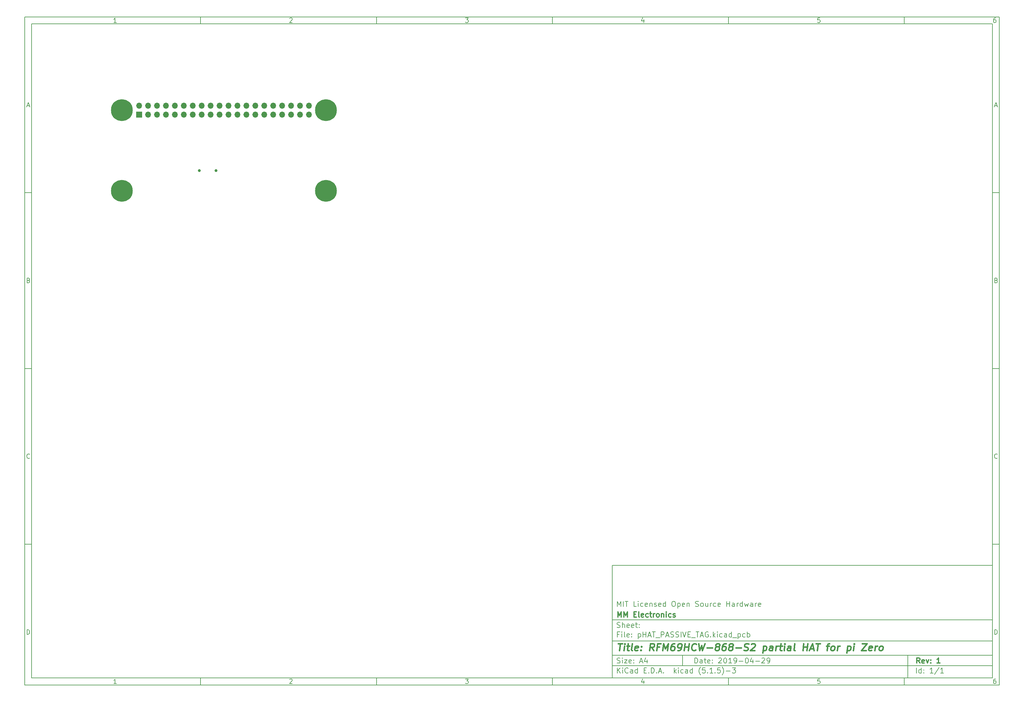
<source format=gbr>
%TF.GenerationSoftware,KiCad,Pcbnew,(5.1.5)-3*%
%TF.CreationDate,2021-10-20T11:59:03+01:00*%
%TF.ProjectId,pHAT_PASSIVE_TAG,70484154-5f50-4415-9353-4956455f5441,1*%
%TF.SameCoordinates,Original*%
%TF.FileFunction,Soldermask,Bot*%
%TF.FilePolarity,Negative*%
%FSLAX46Y46*%
G04 Gerber Fmt 4.6, Leading zero omitted, Abs format (unit mm)*
G04 Created by KiCad (PCBNEW (5.1.5)-3) date 2021-10-20 11:59:03*
%MOMM*%
%LPD*%
G04 APERTURE LIST*
%ADD10C,0.100000*%
%ADD11C,0.150000*%
%ADD12C,0.300000*%
%ADD13C,0.400000*%
%ADD14C,0.800000*%
%ADD15C,6.200000*%
%ADD16O,1.700000X1.700000*%
%ADD17R,1.700000X1.700000*%
G04 APERTURE END LIST*
D10*
D11*
X177002200Y-166007200D02*
X177002200Y-198007200D01*
X285002200Y-198007200D01*
X285002200Y-166007200D01*
X177002200Y-166007200D01*
D10*
D11*
X10000000Y-10000000D02*
X10000000Y-200007200D01*
X287002200Y-200007200D01*
X287002200Y-10000000D01*
X10000000Y-10000000D01*
D10*
D11*
X12000000Y-12000000D02*
X12000000Y-198007200D01*
X285002200Y-198007200D01*
X285002200Y-12000000D01*
X12000000Y-12000000D01*
D10*
D11*
X60000000Y-12000000D02*
X60000000Y-10000000D01*
D10*
D11*
X110000000Y-12000000D02*
X110000000Y-10000000D01*
D10*
D11*
X160000000Y-12000000D02*
X160000000Y-10000000D01*
D10*
D11*
X210000000Y-12000000D02*
X210000000Y-10000000D01*
D10*
D11*
X260000000Y-12000000D02*
X260000000Y-10000000D01*
D10*
D11*
X36065476Y-11588095D02*
X35322619Y-11588095D01*
X35694047Y-11588095D02*
X35694047Y-10288095D01*
X35570238Y-10473809D01*
X35446428Y-10597619D01*
X35322619Y-10659523D01*
D10*
D11*
X85322619Y-10411904D02*
X85384523Y-10350000D01*
X85508333Y-10288095D01*
X85817857Y-10288095D01*
X85941666Y-10350000D01*
X86003571Y-10411904D01*
X86065476Y-10535714D01*
X86065476Y-10659523D01*
X86003571Y-10845238D01*
X85260714Y-11588095D01*
X86065476Y-11588095D01*
D10*
D11*
X135260714Y-10288095D02*
X136065476Y-10288095D01*
X135632142Y-10783333D01*
X135817857Y-10783333D01*
X135941666Y-10845238D01*
X136003571Y-10907142D01*
X136065476Y-11030952D01*
X136065476Y-11340476D01*
X136003571Y-11464285D01*
X135941666Y-11526190D01*
X135817857Y-11588095D01*
X135446428Y-11588095D01*
X135322619Y-11526190D01*
X135260714Y-11464285D01*
D10*
D11*
X185941666Y-10721428D02*
X185941666Y-11588095D01*
X185632142Y-10226190D02*
X185322619Y-11154761D01*
X186127380Y-11154761D01*
D10*
D11*
X236003571Y-10288095D02*
X235384523Y-10288095D01*
X235322619Y-10907142D01*
X235384523Y-10845238D01*
X235508333Y-10783333D01*
X235817857Y-10783333D01*
X235941666Y-10845238D01*
X236003571Y-10907142D01*
X236065476Y-11030952D01*
X236065476Y-11340476D01*
X236003571Y-11464285D01*
X235941666Y-11526190D01*
X235817857Y-11588095D01*
X235508333Y-11588095D01*
X235384523Y-11526190D01*
X235322619Y-11464285D01*
D10*
D11*
X285941666Y-10288095D02*
X285694047Y-10288095D01*
X285570238Y-10350000D01*
X285508333Y-10411904D01*
X285384523Y-10597619D01*
X285322619Y-10845238D01*
X285322619Y-11340476D01*
X285384523Y-11464285D01*
X285446428Y-11526190D01*
X285570238Y-11588095D01*
X285817857Y-11588095D01*
X285941666Y-11526190D01*
X286003571Y-11464285D01*
X286065476Y-11340476D01*
X286065476Y-11030952D01*
X286003571Y-10907142D01*
X285941666Y-10845238D01*
X285817857Y-10783333D01*
X285570238Y-10783333D01*
X285446428Y-10845238D01*
X285384523Y-10907142D01*
X285322619Y-11030952D01*
D10*
D11*
X60000000Y-198007200D02*
X60000000Y-200007200D01*
D10*
D11*
X110000000Y-198007200D02*
X110000000Y-200007200D01*
D10*
D11*
X160000000Y-198007200D02*
X160000000Y-200007200D01*
D10*
D11*
X210000000Y-198007200D02*
X210000000Y-200007200D01*
D10*
D11*
X260000000Y-198007200D02*
X260000000Y-200007200D01*
D10*
D11*
X36065476Y-199595295D02*
X35322619Y-199595295D01*
X35694047Y-199595295D02*
X35694047Y-198295295D01*
X35570238Y-198481009D01*
X35446428Y-198604819D01*
X35322619Y-198666723D01*
D10*
D11*
X85322619Y-198419104D02*
X85384523Y-198357200D01*
X85508333Y-198295295D01*
X85817857Y-198295295D01*
X85941666Y-198357200D01*
X86003571Y-198419104D01*
X86065476Y-198542914D01*
X86065476Y-198666723D01*
X86003571Y-198852438D01*
X85260714Y-199595295D01*
X86065476Y-199595295D01*
D10*
D11*
X135260714Y-198295295D02*
X136065476Y-198295295D01*
X135632142Y-198790533D01*
X135817857Y-198790533D01*
X135941666Y-198852438D01*
X136003571Y-198914342D01*
X136065476Y-199038152D01*
X136065476Y-199347676D01*
X136003571Y-199471485D01*
X135941666Y-199533390D01*
X135817857Y-199595295D01*
X135446428Y-199595295D01*
X135322619Y-199533390D01*
X135260714Y-199471485D01*
D10*
D11*
X185941666Y-198728628D02*
X185941666Y-199595295D01*
X185632142Y-198233390D02*
X185322619Y-199161961D01*
X186127380Y-199161961D01*
D10*
D11*
X236003571Y-198295295D02*
X235384523Y-198295295D01*
X235322619Y-198914342D01*
X235384523Y-198852438D01*
X235508333Y-198790533D01*
X235817857Y-198790533D01*
X235941666Y-198852438D01*
X236003571Y-198914342D01*
X236065476Y-199038152D01*
X236065476Y-199347676D01*
X236003571Y-199471485D01*
X235941666Y-199533390D01*
X235817857Y-199595295D01*
X235508333Y-199595295D01*
X235384523Y-199533390D01*
X235322619Y-199471485D01*
D10*
D11*
X285941666Y-198295295D02*
X285694047Y-198295295D01*
X285570238Y-198357200D01*
X285508333Y-198419104D01*
X285384523Y-198604819D01*
X285322619Y-198852438D01*
X285322619Y-199347676D01*
X285384523Y-199471485D01*
X285446428Y-199533390D01*
X285570238Y-199595295D01*
X285817857Y-199595295D01*
X285941666Y-199533390D01*
X286003571Y-199471485D01*
X286065476Y-199347676D01*
X286065476Y-199038152D01*
X286003571Y-198914342D01*
X285941666Y-198852438D01*
X285817857Y-198790533D01*
X285570238Y-198790533D01*
X285446428Y-198852438D01*
X285384523Y-198914342D01*
X285322619Y-199038152D01*
D10*
D11*
X10000000Y-60000000D02*
X12000000Y-60000000D01*
D10*
D11*
X10000000Y-110000000D02*
X12000000Y-110000000D01*
D10*
D11*
X10000000Y-160000000D02*
X12000000Y-160000000D01*
D10*
D11*
X10690476Y-35216666D02*
X11309523Y-35216666D01*
X10566666Y-35588095D02*
X11000000Y-34288095D01*
X11433333Y-35588095D01*
D10*
D11*
X11092857Y-84907142D02*
X11278571Y-84969047D01*
X11340476Y-85030952D01*
X11402380Y-85154761D01*
X11402380Y-85340476D01*
X11340476Y-85464285D01*
X11278571Y-85526190D01*
X11154761Y-85588095D01*
X10659523Y-85588095D01*
X10659523Y-84288095D01*
X11092857Y-84288095D01*
X11216666Y-84350000D01*
X11278571Y-84411904D01*
X11340476Y-84535714D01*
X11340476Y-84659523D01*
X11278571Y-84783333D01*
X11216666Y-84845238D01*
X11092857Y-84907142D01*
X10659523Y-84907142D01*
D10*
D11*
X11402380Y-135464285D02*
X11340476Y-135526190D01*
X11154761Y-135588095D01*
X11030952Y-135588095D01*
X10845238Y-135526190D01*
X10721428Y-135402380D01*
X10659523Y-135278571D01*
X10597619Y-135030952D01*
X10597619Y-134845238D01*
X10659523Y-134597619D01*
X10721428Y-134473809D01*
X10845238Y-134350000D01*
X11030952Y-134288095D01*
X11154761Y-134288095D01*
X11340476Y-134350000D01*
X11402380Y-134411904D01*
D10*
D11*
X10659523Y-185588095D02*
X10659523Y-184288095D01*
X10969047Y-184288095D01*
X11154761Y-184350000D01*
X11278571Y-184473809D01*
X11340476Y-184597619D01*
X11402380Y-184845238D01*
X11402380Y-185030952D01*
X11340476Y-185278571D01*
X11278571Y-185402380D01*
X11154761Y-185526190D01*
X10969047Y-185588095D01*
X10659523Y-185588095D01*
D10*
D11*
X287002200Y-60000000D02*
X285002200Y-60000000D01*
D10*
D11*
X287002200Y-110000000D02*
X285002200Y-110000000D01*
D10*
D11*
X287002200Y-160000000D02*
X285002200Y-160000000D01*
D10*
D11*
X285692676Y-35216666D02*
X286311723Y-35216666D01*
X285568866Y-35588095D02*
X286002200Y-34288095D01*
X286435533Y-35588095D01*
D10*
D11*
X286095057Y-84907142D02*
X286280771Y-84969047D01*
X286342676Y-85030952D01*
X286404580Y-85154761D01*
X286404580Y-85340476D01*
X286342676Y-85464285D01*
X286280771Y-85526190D01*
X286156961Y-85588095D01*
X285661723Y-85588095D01*
X285661723Y-84288095D01*
X286095057Y-84288095D01*
X286218866Y-84350000D01*
X286280771Y-84411904D01*
X286342676Y-84535714D01*
X286342676Y-84659523D01*
X286280771Y-84783333D01*
X286218866Y-84845238D01*
X286095057Y-84907142D01*
X285661723Y-84907142D01*
D10*
D11*
X286404580Y-135464285D02*
X286342676Y-135526190D01*
X286156961Y-135588095D01*
X286033152Y-135588095D01*
X285847438Y-135526190D01*
X285723628Y-135402380D01*
X285661723Y-135278571D01*
X285599819Y-135030952D01*
X285599819Y-134845238D01*
X285661723Y-134597619D01*
X285723628Y-134473809D01*
X285847438Y-134350000D01*
X286033152Y-134288095D01*
X286156961Y-134288095D01*
X286342676Y-134350000D01*
X286404580Y-134411904D01*
D10*
D11*
X285661723Y-185588095D02*
X285661723Y-184288095D01*
X285971247Y-184288095D01*
X286156961Y-184350000D01*
X286280771Y-184473809D01*
X286342676Y-184597619D01*
X286404580Y-184845238D01*
X286404580Y-185030952D01*
X286342676Y-185278571D01*
X286280771Y-185402380D01*
X286156961Y-185526190D01*
X285971247Y-185588095D01*
X285661723Y-185588095D01*
D10*
D11*
X200434342Y-193785771D02*
X200434342Y-192285771D01*
X200791485Y-192285771D01*
X201005771Y-192357200D01*
X201148628Y-192500057D01*
X201220057Y-192642914D01*
X201291485Y-192928628D01*
X201291485Y-193142914D01*
X201220057Y-193428628D01*
X201148628Y-193571485D01*
X201005771Y-193714342D01*
X200791485Y-193785771D01*
X200434342Y-193785771D01*
X202577200Y-193785771D02*
X202577200Y-193000057D01*
X202505771Y-192857200D01*
X202362914Y-192785771D01*
X202077200Y-192785771D01*
X201934342Y-192857200D01*
X202577200Y-193714342D02*
X202434342Y-193785771D01*
X202077200Y-193785771D01*
X201934342Y-193714342D01*
X201862914Y-193571485D01*
X201862914Y-193428628D01*
X201934342Y-193285771D01*
X202077200Y-193214342D01*
X202434342Y-193214342D01*
X202577200Y-193142914D01*
X203077200Y-192785771D02*
X203648628Y-192785771D01*
X203291485Y-192285771D02*
X203291485Y-193571485D01*
X203362914Y-193714342D01*
X203505771Y-193785771D01*
X203648628Y-193785771D01*
X204720057Y-193714342D02*
X204577200Y-193785771D01*
X204291485Y-193785771D01*
X204148628Y-193714342D01*
X204077200Y-193571485D01*
X204077200Y-193000057D01*
X204148628Y-192857200D01*
X204291485Y-192785771D01*
X204577200Y-192785771D01*
X204720057Y-192857200D01*
X204791485Y-193000057D01*
X204791485Y-193142914D01*
X204077200Y-193285771D01*
X205434342Y-193642914D02*
X205505771Y-193714342D01*
X205434342Y-193785771D01*
X205362914Y-193714342D01*
X205434342Y-193642914D01*
X205434342Y-193785771D01*
X205434342Y-192857200D02*
X205505771Y-192928628D01*
X205434342Y-193000057D01*
X205362914Y-192928628D01*
X205434342Y-192857200D01*
X205434342Y-193000057D01*
X207220057Y-192428628D02*
X207291485Y-192357200D01*
X207434342Y-192285771D01*
X207791485Y-192285771D01*
X207934342Y-192357200D01*
X208005771Y-192428628D01*
X208077200Y-192571485D01*
X208077200Y-192714342D01*
X208005771Y-192928628D01*
X207148628Y-193785771D01*
X208077200Y-193785771D01*
X209005771Y-192285771D02*
X209148628Y-192285771D01*
X209291485Y-192357200D01*
X209362914Y-192428628D01*
X209434342Y-192571485D01*
X209505771Y-192857200D01*
X209505771Y-193214342D01*
X209434342Y-193500057D01*
X209362914Y-193642914D01*
X209291485Y-193714342D01*
X209148628Y-193785771D01*
X209005771Y-193785771D01*
X208862914Y-193714342D01*
X208791485Y-193642914D01*
X208720057Y-193500057D01*
X208648628Y-193214342D01*
X208648628Y-192857200D01*
X208720057Y-192571485D01*
X208791485Y-192428628D01*
X208862914Y-192357200D01*
X209005771Y-192285771D01*
X210934342Y-193785771D02*
X210077200Y-193785771D01*
X210505771Y-193785771D02*
X210505771Y-192285771D01*
X210362914Y-192500057D01*
X210220057Y-192642914D01*
X210077200Y-192714342D01*
X211648628Y-193785771D02*
X211934342Y-193785771D01*
X212077200Y-193714342D01*
X212148628Y-193642914D01*
X212291485Y-193428628D01*
X212362914Y-193142914D01*
X212362914Y-192571485D01*
X212291485Y-192428628D01*
X212220057Y-192357200D01*
X212077200Y-192285771D01*
X211791485Y-192285771D01*
X211648628Y-192357200D01*
X211577200Y-192428628D01*
X211505771Y-192571485D01*
X211505771Y-192928628D01*
X211577200Y-193071485D01*
X211648628Y-193142914D01*
X211791485Y-193214342D01*
X212077200Y-193214342D01*
X212220057Y-193142914D01*
X212291485Y-193071485D01*
X212362914Y-192928628D01*
X213005771Y-193214342D02*
X214148628Y-193214342D01*
X215148628Y-192285771D02*
X215291485Y-192285771D01*
X215434342Y-192357200D01*
X215505771Y-192428628D01*
X215577200Y-192571485D01*
X215648628Y-192857200D01*
X215648628Y-193214342D01*
X215577200Y-193500057D01*
X215505771Y-193642914D01*
X215434342Y-193714342D01*
X215291485Y-193785771D01*
X215148628Y-193785771D01*
X215005771Y-193714342D01*
X214934342Y-193642914D01*
X214862914Y-193500057D01*
X214791485Y-193214342D01*
X214791485Y-192857200D01*
X214862914Y-192571485D01*
X214934342Y-192428628D01*
X215005771Y-192357200D01*
X215148628Y-192285771D01*
X216934342Y-192785771D02*
X216934342Y-193785771D01*
X216577200Y-192214342D02*
X216220057Y-193285771D01*
X217148628Y-193285771D01*
X217720057Y-193214342D02*
X218862914Y-193214342D01*
X219505771Y-192428628D02*
X219577200Y-192357200D01*
X219720057Y-192285771D01*
X220077200Y-192285771D01*
X220220057Y-192357200D01*
X220291485Y-192428628D01*
X220362914Y-192571485D01*
X220362914Y-192714342D01*
X220291485Y-192928628D01*
X219434342Y-193785771D01*
X220362914Y-193785771D01*
X221077200Y-193785771D02*
X221362914Y-193785771D01*
X221505771Y-193714342D01*
X221577200Y-193642914D01*
X221720057Y-193428628D01*
X221791485Y-193142914D01*
X221791485Y-192571485D01*
X221720057Y-192428628D01*
X221648628Y-192357200D01*
X221505771Y-192285771D01*
X221220057Y-192285771D01*
X221077200Y-192357200D01*
X221005771Y-192428628D01*
X220934342Y-192571485D01*
X220934342Y-192928628D01*
X221005771Y-193071485D01*
X221077200Y-193142914D01*
X221220057Y-193214342D01*
X221505771Y-193214342D01*
X221648628Y-193142914D01*
X221720057Y-193071485D01*
X221791485Y-192928628D01*
D10*
D11*
X177002200Y-194507200D02*
X285002200Y-194507200D01*
D10*
D11*
X178434342Y-196585771D02*
X178434342Y-195085771D01*
X179291485Y-196585771D02*
X178648628Y-195728628D01*
X179291485Y-195085771D02*
X178434342Y-195942914D01*
X179934342Y-196585771D02*
X179934342Y-195585771D01*
X179934342Y-195085771D02*
X179862914Y-195157200D01*
X179934342Y-195228628D01*
X180005771Y-195157200D01*
X179934342Y-195085771D01*
X179934342Y-195228628D01*
X181505771Y-196442914D02*
X181434342Y-196514342D01*
X181220057Y-196585771D01*
X181077200Y-196585771D01*
X180862914Y-196514342D01*
X180720057Y-196371485D01*
X180648628Y-196228628D01*
X180577200Y-195942914D01*
X180577200Y-195728628D01*
X180648628Y-195442914D01*
X180720057Y-195300057D01*
X180862914Y-195157200D01*
X181077200Y-195085771D01*
X181220057Y-195085771D01*
X181434342Y-195157200D01*
X181505771Y-195228628D01*
X182791485Y-196585771D02*
X182791485Y-195800057D01*
X182720057Y-195657200D01*
X182577200Y-195585771D01*
X182291485Y-195585771D01*
X182148628Y-195657200D01*
X182791485Y-196514342D02*
X182648628Y-196585771D01*
X182291485Y-196585771D01*
X182148628Y-196514342D01*
X182077200Y-196371485D01*
X182077200Y-196228628D01*
X182148628Y-196085771D01*
X182291485Y-196014342D01*
X182648628Y-196014342D01*
X182791485Y-195942914D01*
X184148628Y-196585771D02*
X184148628Y-195085771D01*
X184148628Y-196514342D02*
X184005771Y-196585771D01*
X183720057Y-196585771D01*
X183577200Y-196514342D01*
X183505771Y-196442914D01*
X183434342Y-196300057D01*
X183434342Y-195871485D01*
X183505771Y-195728628D01*
X183577200Y-195657200D01*
X183720057Y-195585771D01*
X184005771Y-195585771D01*
X184148628Y-195657200D01*
X186005771Y-195800057D02*
X186505771Y-195800057D01*
X186720057Y-196585771D02*
X186005771Y-196585771D01*
X186005771Y-195085771D01*
X186720057Y-195085771D01*
X187362914Y-196442914D02*
X187434342Y-196514342D01*
X187362914Y-196585771D01*
X187291485Y-196514342D01*
X187362914Y-196442914D01*
X187362914Y-196585771D01*
X188077200Y-196585771D02*
X188077200Y-195085771D01*
X188434342Y-195085771D01*
X188648628Y-195157200D01*
X188791485Y-195300057D01*
X188862914Y-195442914D01*
X188934342Y-195728628D01*
X188934342Y-195942914D01*
X188862914Y-196228628D01*
X188791485Y-196371485D01*
X188648628Y-196514342D01*
X188434342Y-196585771D01*
X188077200Y-196585771D01*
X189577200Y-196442914D02*
X189648628Y-196514342D01*
X189577200Y-196585771D01*
X189505771Y-196514342D01*
X189577200Y-196442914D01*
X189577200Y-196585771D01*
X190220057Y-196157200D02*
X190934342Y-196157200D01*
X190077200Y-196585771D02*
X190577200Y-195085771D01*
X191077200Y-196585771D01*
X191577200Y-196442914D02*
X191648628Y-196514342D01*
X191577200Y-196585771D01*
X191505771Y-196514342D01*
X191577200Y-196442914D01*
X191577200Y-196585771D01*
X194577200Y-196585771D02*
X194577200Y-195085771D01*
X194720057Y-196014342D02*
X195148628Y-196585771D01*
X195148628Y-195585771D02*
X194577200Y-196157200D01*
X195791485Y-196585771D02*
X195791485Y-195585771D01*
X195791485Y-195085771D02*
X195720057Y-195157200D01*
X195791485Y-195228628D01*
X195862914Y-195157200D01*
X195791485Y-195085771D01*
X195791485Y-195228628D01*
X197148628Y-196514342D02*
X197005771Y-196585771D01*
X196720057Y-196585771D01*
X196577200Y-196514342D01*
X196505771Y-196442914D01*
X196434342Y-196300057D01*
X196434342Y-195871485D01*
X196505771Y-195728628D01*
X196577200Y-195657200D01*
X196720057Y-195585771D01*
X197005771Y-195585771D01*
X197148628Y-195657200D01*
X198434342Y-196585771D02*
X198434342Y-195800057D01*
X198362914Y-195657200D01*
X198220057Y-195585771D01*
X197934342Y-195585771D01*
X197791485Y-195657200D01*
X198434342Y-196514342D02*
X198291485Y-196585771D01*
X197934342Y-196585771D01*
X197791485Y-196514342D01*
X197720057Y-196371485D01*
X197720057Y-196228628D01*
X197791485Y-196085771D01*
X197934342Y-196014342D01*
X198291485Y-196014342D01*
X198434342Y-195942914D01*
X199791485Y-196585771D02*
X199791485Y-195085771D01*
X199791485Y-196514342D02*
X199648628Y-196585771D01*
X199362914Y-196585771D01*
X199220057Y-196514342D01*
X199148628Y-196442914D01*
X199077200Y-196300057D01*
X199077200Y-195871485D01*
X199148628Y-195728628D01*
X199220057Y-195657200D01*
X199362914Y-195585771D01*
X199648628Y-195585771D01*
X199791485Y-195657200D01*
X202077200Y-197157200D02*
X202005771Y-197085771D01*
X201862914Y-196871485D01*
X201791485Y-196728628D01*
X201720057Y-196514342D01*
X201648628Y-196157200D01*
X201648628Y-195871485D01*
X201720057Y-195514342D01*
X201791485Y-195300057D01*
X201862914Y-195157200D01*
X202005771Y-194942914D01*
X202077200Y-194871485D01*
X203362914Y-195085771D02*
X202648628Y-195085771D01*
X202577200Y-195800057D01*
X202648628Y-195728628D01*
X202791485Y-195657200D01*
X203148628Y-195657200D01*
X203291485Y-195728628D01*
X203362914Y-195800057D01*
X203434342Y-195942914D01*
X203434342Y-196300057D01*
X203362914Y-196442914D01*
X203291485Y-196514342D01*
X203148628Y-196585771D01*
X202791485Y-196585771D01*
X202648628Y-196514342D01*
X202577200Y-196442914D01*
X204077200Y-196442914D02*
X204148628Y-196514342D01*
X204077200Y-196585771D01*
X204005771Y-196514342D01*
X204077200Y-196442914D01*
X204077200Y-196585771D01*
X205577200Y-196585771D02*
X204720057Y-196585771D01*
X205148628Y-196585771D02*
X205148628Y-195085771D01*
X205005771Y-195300057D01*
X204862914Y-195442914D01*
X204720057Y-195514342D01*
X206220057Y-196442914D02*
X206291485Y-196514342D01*
X206220057Y-196585771D01*
X206148628Y-196514342D01*
X206220057Y-196442914D01*
X206220057Y-196585771D01*
X207648628Y-195085771D02*
X206934342Y-195085771D01*
X206862914Y-195800057D01*
X206934342Y-195728628D01*
X207077200Y-195657200D01*
X207434342Y-195657200D01*
X207577200Y-195728628D01*
X207648628Y-195800057D01*
X207720057Y-195942914D01*
X207720057Y-196300057D01*
X207648628Y-196442914D01*
X207577200Y-196514342D01*
X207434342Y-196585771D01*
X207077200Y-196585771D01*
X206934342Y-196514342D01*
X206862914Y-196442914D01*
X208220057Y-197157200D02*
X208291485Y-197085771D01*
X208434342Y-196871485D01*
X208505771Y-196728628D01*
X208577200Y-196514342D01*
X208648628Y-196157200D01*
X208648628Y-195871485D01*
X208577200Y-195514342D01*
X208505771Y-195300057D01*
X208434342Y-195157200D01*
X208291485Y-194942914D01*
X208220057Y-194871485D01*
X209362914Y-196014342D02*
X210505771Y-196014342D01*
X211077200Y-195085771D02*
X212005771Y-195085771D01*
X211505771Y-195657200D01*
X211720057Y-195657200D01*
X211862914Y-195728628D01*
X211934342Y-195800057D01*
X212005771Y-195942914D01*
X212005771Y-196300057D01*
X211934342Y-196442914D01*
X211862914Y-196514342D01*
X211720057Y-196585771D01*
X211291485Y-196585771D01*
X211148628Y-196514342D01*
X211077200Y-196442914D01*
D10*
D11*
X177002200Y-191507200D02*
X285002200Y-191507200D01*
D10*
D12*
X264411485Y-193785771D02*
X263911485Y-193071485D01*
X263554342Y-193785771D02*
X263554342Y-192285771D01*
X264125771Y-192285771D01*
X264268628Y-192357200D01*
X264340057Y-192428628D01*
X264411485Y-192571485D01*
X264411485Y-192785771D01*
X264340057Y-192928628D01*
X264268628Y-193000057D01*
X264125771Y-193071485D01*
X263554342Y-193071485D01*
X265625771Y-193714342D02*
X265482914Y-193785771D01*
X265197200Y-193785771D01*
X265054342Y-193714342D01*
X264982914Y-193571485D01*
X264982914Y-193000057D01*
X265054342Y-192857200D01*
X265197200Y-192785771D01*
X265482914Y-192785771D01*
X265625771Y-192857200D01*
X265697200Y-193000057D01*
X265697200Y-193142914D01*
X264982914Y-193285771D01*
X266197200Y-192785771D02*
X266554342Y-193785771D01*
X266911485Y-192785771D01*
X267482914Y-193642914D02*
X267554342Y-193714342D01*
X267482914Y-193785771D01*
X267411485Y-193714342D01*
X267482914Y-193642914D01*
X267482914Y-193785771D01*
X267482914Y-192857200D02*
X267554342Y-192928628D01*
X267482914Y-193000057D01*
X267411485Y-192928628D01*
X267482914Y-192857200D01*
X267482914Y-193000057D01*
X270125771Y-193785771D02*
X269268628Y-193785771D01*
X269697200Y-193785771D02*
X269697200Y-192285771D01*
X269554342Y-192500057D01*
X269411485Y-192642914D01*
X269268628Y-192714342D01*
D10*
D11*
X178362914Y-193714342D02*
X178577200Y-193785771D01*
X178934342Y-193785771D01*
X179077200Y-193714342D01*
X179148628Y-193642914D01*
X179220057Y-193500057D01*
X179220057Y-193357200D01*
X179148628Y-193214342D01*
X179077200Y-193142914D01*
X178934342Y-193071485D01*
X178648628Y-193000057D01*
X178505771Y-192928628D01*
X178434342Y-192857200D01*
X178362914Y-192714342D01*
X178362914Y-192571485D01*
X178434342Y-192428628D01*
X178505771Y-192357200D01*
X178648628Y-192285771D01*
X179005771Y-192285771D01*
X179220057Y-192357200D01*
X179862914Y-193785771D02*
X179862914Y-192785771D01*
X179862914Y-192285771D02*
X179791485Y-192357200D01*
X179862914Y-192428628D01*
X179934342Y-192357200D01*
X179862914Y-192285771D01*
X179862914Y-192428628D01*
X180434342Y-192785771D02*
X181220057Y-192785771D01*
X180434342Y-193785771D01*
X181220057Y-193785771D01*
X182362914Y-193714342D02*
X182220057Y-193785771D01*
X181934342Y-193785771D01*
X181791485Y-193714342D01*
X181720057Y-193571485D01*
X181720057Y-193000057D01*
X181791485Y-192857200D01*
X181934342Y-192785771D01*
X182220057Y-192785771D01*
X182362914Y-192857200D01*
X182434342Y-193000057D01*
X182434342Y-193142914D01*
X181720057Y-193285771D01*
X183077200Y-193642914D02*
X183148628Y-193714342D01*
X183077200Y-193785771D01*
X183005771Y-193714342D01*
X183077200Y-193642914D01*
X183077200Y-193785771D01*
X183077200Y-192857200D02*
X183148628Y-192928628D01*
X183077200Y-193000057D01*
X183005771Y-192928628D01*
X183077200Y-192857200D01*
X183077200Y-193000057D01*
X184862914Y-193357200D02*
X185577200Y-193357200D01*
X184720057Y-193785771D02*
X185220057Y-192285771D01*
X185720057Y-193785771D01*
X186862914Y-192785771D02*
X186862914Y-193785771D01*
X186505771Y-192214342D02*
X186148628Y-193285771D01*
X187077200Y-193285771D01*
D10*
D11*
X263434342Y-196585771D02*
X263434342Y-195085771D01*
X264791485Y-196585771D02*
X264791485Y-195085771D01*
X264791485Y-196514342D02*
X264648628Y-196585771D01*
X264362914Y-196585771D01*
X264220057Y-196514342D01*
X264148628Y-196442914D01*
X264077200Y-196300057D01*
X264077200Y-195871485D01*
X264148628Y-195728628D01*
X264220057Y-195657200D01*
X264362914Y-195585771D01*
X264648628Y-195585771D01*
X264791485Y-195657200D01*
X265505771Y-196442914D02*
X265577200Y-196514342D01*
X265505771Y-196585771D01*
X265434342Y-196514342D01*
X265505771Y-196442914D01*
X265505771Y-196585771D01*
X265505771Y-195657200D02*
X265577200Y-195728628D01*
X265505771Y-195800057D01*
X265434342Y-195728628D01*
X265505771Y-195657200D01*
X265505771Y-195800057D01*
X268148628Y-196585771D02*
X267291485Y-196585771D01*
X267720057Y-196585771D02*
X267720057Y-195085771D01*
X267577200Y-195300057D01*
X267434342Y-195442914D01*
X267291485Y-195514342D01*
X269862914Y-195014342D02*
X268577200Y-196942914D01*
X271148628Y-196585771D02*
X270291485Y-196585771D01*
X270720057Y-196585771D02*
X270720057Y-195085771D01*
X270577200Y-195300057D01*
X270434342Y-195442914D01*
X270291485Y-195514342D01*
D10*
D11*
X177002200Y-187507200D02*
X285002200Y-187507200D01*
D10*
D13*
X178714580Y-188211961D02*
X179857438Y-188211961D01*
X179036009Y-190211961D02*
X179286009Y-188211961D01*
X180274104Y-190211961D02*
X180440771Y-188878628D01*
X180524104Y-188211961D02*
X180416961Y-188307200D01*
X180500295Y-188402438D01*
X180607438Y-188307200D01*
X180524104Y-188211961D01*
X180500295Y-188402438D01*
X181107438Y-188878628D02*
X181869342Y-188878628D01*
X181476485Y-188211961D02*
X181262200Y-189926247D01*
X181333628Y-190116723D01*
X181512200Y-190211961D01*
X181702676Y-190211961D01*
X182655057Y-190211961D02*
X182476485Y-190116723D01*
X182405057Y-189926247D01*
X182619342Y-188211961D01*
X184190771Y-190116723D02*
X183988390Y-190211961D01*
X183607438Y-190211961D01*
X183428866Y-190116723D01*
X183357438Y-189926247D01*
X183452676Y-189164342D01*
X183571723Y-188973866D01*
X183774104Y-188878628D01*
X184155057Y-188878628D01*
X184333628Y-188973866D01*
X184405057Y-189164342D01*
X184381247Y-189354819D01*
X183405057Y-189545295D01*
X185155057Y-190021485D02*
X185238390Y-190116723D01*
X185131247Y-190211961D01*
X185047914Y-190116723D01*
X185155057Y-190021485D01*
X185131247Y-190211961D01*
X185286009Y-188973866D02*
X185369342Y-189069104D01*
X185262200Y-189164342D01*
X185178866Y-189069104D01*
X185286009Y-188973866D01*
X185262200Y-189164342D01*
X188750295Y-190211961D02*
X188202676Y-189259580D01*
X187607438Y-190211961D02*
X187857438Y-188211961D01*
X188619342Y-188211961D01*
X188797914Y-188307200D01*
X188881247Y-188402438D01*
X188952676Y-188592914D01*
X188916961Y-188878628D01*
X188797914Y-189069104D01*
X188690771Y-189164342D01*
X188488390Y-189259580D01*
X187726485Y-189259580D01*
X190405057Y-189164342D02*
X189738390Y-189164342D01*
X189607438Y-190211961D02*
X189857438Y-188211961D01*
X190809819Y-188211961D01*
X191321723Y-190211961D02*
X191571723Y-188211961D01*
X192059819Y-189640533D01*
X192905057Y-188211961D01*
X192655057Y-190211961D01*
X194714580Y-188211961D02*
X194333628Y-188211961D01*
X194131247Y-188307200D01*
X194024104Y-188402438D01*
X193797914Y-188688152D01*
X193655057Y-189069104D01*
X193559819Y-189831009D01*
X193631247Y-190021485D01*
X193714580Y-190116723D01*
X193893152Y-190211961D01*
X194274104Y-190211961D01*
X194476485Y-190116723D01*
X194583628Y-190021485D01*
X194702676Y-189831009D01*
X194762200Y-189354819D01*
X194690771Y-189164342D01*
X194607438Y-189069104D01*
X194428866Y-188973866D01*
X194047914Y-188973866D01*
X193845533Y-189069104D01*
X193738390Y-189164342D01*
X193619342Y-189354819D01*
X195607438Y-190211961D02*
X195988390Y-190211961D01*
X196190771Y-190116723D01*
X196297914Y-190021485D01*
X196524104Y-189735771D01*
X196666961Y-189354819D01*
X196762200Y-188592914D01*
X196690771Y-188402438D01*
X196607438Y-188307200D01*
X196428866Y-188211961D01*
X196047914Y-188211961D01*
X195845533Y-188307200D01*
X195738390Y-188402438D01*
X195619342Y-188592914D01*
X195559819Y-189069104D01*
X195631247Y-189259580D01*
X195714580Y-189354819D01*
X195893152Y-189450057D01*
X196274104Y-189450057D01*
X196476485Y-189354819D01*
X196583628Y-189259580D01*
X196702676Y-189069104D01*
X197416961Y-190211961D02*
X197666961Y-188211961D01*
X197547914Y-189164342D02*
X198690771Y-189164342D01*
X198559819Y-190211961D02*
X198809819Y-188211961D01*
X200678866Y-190021485D02*
X200571723Y-190116723D01*
X200274104Y-190211961D01*
X200083628Y-190211961D01*
X199809819Y-190116723D01*
X199643152Y-189926247D01*
X199571723Y-189735771D01*
X199524104Y-189354819D01*
X199559819Y-189069104D01*
X199702676Y-188688152D01*
X199821723Y-188497676D01*
X200036009Y-188307200D01*
X200333628Y-188211961D01*
X200524104Y-188211961D01*
X200797914Y-188307200D01*
X200881247Y-188402438D01*
X201571723Y-188211961D02*
X201797914Y-190211961D01*
X202357438Y-188783390D01*
X202559819Y-190211961D01*
X203286009Y-188211961D01*
X203893152Y-189450057D02*
X205416961Y-189450057D01*
X206702676Y-189069104D02*
X206524104Y-188973866D01*
X206440771Y-188878628D01*
X206369342Y-188688152D01*
X206381247Y-188592914D01*
X206500295Y-188402438D01*
X206607438Y-188307200D01*
X206809819Y-188211961D01*
X207190771Y-188211961D01*
X207369342Y-188307200D01*
X207452676Y-188402438D01*
X207524104Y-188592914D01*
X207512200Y-188688152D01*
X207393152Y-188878628D01*
X207286009Y-188973866D01*
X207083628Y-189069104D01*
X206702676Y-189069104D01*
X206500295Y-189164342D01*
X206393152Y-189259580D01*
X206274104Y-189450057D01*
X206226485Y-189831009D01*
X206297914Y-190021485D01*
X206381247Y-190116723D01*
X206559819Y-190211961D01*
X206940771Y-190211961D01*
X207143152Y-190116723D01*
X207250295Y-190021485D01*
X207369342Y-189831009D01*
X207416961Y-189450057D01*
X207345533Y-189259580D01*
X207262200Y-189164342D01*
X207083628Y-189069104D01*
X209286009Y-188211961D02*
X208905057Y-188211961D01*
X208702676Y-188307200D01*
X208595533Y-188402438D01*
X208369342Y-188688152D01*
X208226485Y-189069104D01*
X208131247Y-189831009D01*
X208202676Y-190021485D01*
X208286009Y-190116723D01*
X208464580Y-190211961D01*
X208845533Y-190211961D01*
X209047914Y-190116723D01*
X209155057Y-190021485D01*
X209274104Y-189831009D01*
X209333628Y-189354819D01*
X209262200Y-189164342D01*
X209178866Y-189069104D01*
X209000295Y-188973866D01*
X208619342Y-188973866D01*
X208416961Y-189069104D01*
X208309819Y-189164342D01*
X208190771Y-189354819D01*
X210512200Y-189069104D02*
X210333628Y-188973866D01*
X210250295Y-188878628D01*
X210178866Y-188688152D01*
X210190771Y-188592914D01*
X210309819Y-188402438D01*
X210416961Y-188307200D01*
X210619342Y-188211961D01*
X211000295Y-188211961D01*
X211178866Y-188307200D01*
X211262200Y-188402438D01*
X211333628Y-188592914D01*
X211321723Y-188688152D01*
X211202676Y-188878628D01*
X211095533Y-188973866D01*
X210893152Y-189069104D01*
X210512200Y-189069104D01*
X210309819Y-189164342D01*
X210202676Y-189259580D01*
X210083628Y-189450057D01*
X210036009Y-189831009D01*
X210107438Y-190021485D01*
X210190771Y-190116723D01*
X210369342Y-190211961D01*
X210750295Y-190211961D01*
X210952676Y-190116723D01*
X211059819Y-190021485D01*
X211178866Y-189831009D01*
X211226485Y-189450057D01*
X211155057Y-189259580D01*
X211071723Y-189164342D01*
X210893152Y-189069104D01*
X212083628Y-189450057D02*
X213607438Y-189450057D01*
X214381247Y-190116723D02*
X214655057Y-190211961D01*
X215131247Y-190211961D01*
X215333628Y-190116723D01*
X215440771Y-190021485D01*
X215559819Y-189831009D01*
X215583628Y-189640533D01*
X215512200Y-189450057D01*
X215428866Y-189354819D01*
X215250295Y-189259580D01*
X214881247Y-189164342D01*
X214702676Y-189069104D01*
X214619342Y-188973866D01*
X214547914Y-188783390D01*
X214571723Y-188592914D01*
X214690771Y-188402438D01*
X214797914Y-188307200D01*
X215000295Y-188211961D01*
X215476485Y-188211961D01*
X215750295Y-188307200D01*
X216500295Y-188402438D02*
X216607438Y-188307200D01*
X216809819Y-188211961D01*
X217286009Y-188211961D01*
X217464580Y-188307200D01*
X217547914Y-188402438D01*
X217619342Y-188592914D01*
X217595533Y-188783390D01*
X217464580Y-189069104D01*
X216178866Y-190211961D01*
X217416961Y-190211961D01*
X219964580Y-188878628D02*
X219714580Y-190878628D01*
X219952676Y-188973866D02*
X220155057Y-188878628D01*
X220536009Y-188878628D01*
X220714580Y-188973866D01*
X220797914Y-189069104D01*
X220869342Y-189259580D01*
X220797914Y-189831009D01*
X220678866Y-190021485D01*
X220571723Y-190116723D01*
X220369342Y-190211961D01*
X219988390Y-190211961D01*
X219809819Y-190116723D01*
X222464580Y-190211961D02*
X222595533Y-189164342D01*
X222524104Y-188973866D01*
X222345533Y-188878628D01*
X221964580Y-188878628D01*
X221762200Y-188973866D01*
X222476485Y-190116723D02*
X222274104Y-190211961D01*
X221797914Y-190211961D01*
X221619342Y-190116723D01*
X221547914Y-189926247D01*
X221571723Y-189735771D01*
X221690771Y-189545295D01*
X221893152Y-189450057D01*
X222369342Y-189450057D01*
X222571723Y-189354819D01*
X223416961Y-190211961D02*
X223583628Y-188878628D01*
X223536009Y-189259580D02*
X223655057Y-189069104D01*
X223762199Y-188973866D01*
X223964580Y-188878628D01*
X224155057Y-188878628D01*
X224536009Y-188878628D02*
X225297914Y-188878628D01*
X224905057Y-188211961D02*
X224690771Y-189926247D01*
X224762200Y-190116723D01*
X224940771Y-190211961D01*
X225131247Y-190211961D01*
X225797914Y-190211961D02*
X225964580Y-188878628D01*
X226047914Y-188211961D02*
X225940771Y-188307200D01*
X226024104Y-188402438D01*
X226131247Y-188307200D01*
X226047914Y-188211961D01*
X226024104Y-188402438D01*
X227607438Y-190211961D02*
X227738390Y-189164342D01*
X227666961Y-188973866D01*
X227488390Y-188878628D01*
X227107438Y-188878628D01*
X226905057Y-188973866D01*
X227619342Y-190116723D02*
X227416961Y-190211961D01*
X226940771Y-190211961D01*
X226762200Y-190116723D01*
X226690771Y-189926247D01*
X226714580Y-189735771D01*
X226833628Y-189545295D01*
X227036009Y-189450057D01*
X227512200Y-189450057D01*
X227714580Y-189354819D01*
X228845533Y-190211961D02*
X228666961Y-190116723D01*
X228595533Y-189926247D01*
X228809819Y-188211961D01*
X231131247Y-190211961D02*
X231381247Y-188211961D01*
X231262199Y-189164342D02*
X232405057Y-189164342D01*
X232274104Y-190211961D02*
X232524104Y-188211961D01*
X233202676Y-189640533D02*
X234155057Y-189640533D01*
X232940771Y-190211961D02*
X233857438Y-188211961D01*
X234274104Y-190211961D01*
X234905057Y-188211961D02*
X236047914Y-188211961D01*
X235226485Y-190211961D02*
X235476485Y-188211961D01*
X237869342Y-188878628D02*
X238631247Y-188878628D01*
X237988390Y-190211961D02*
X238202676Y-188497676D01*
X238321723Y-188307200D01*
X238524104Y-188211961D01*
X238714580Y-188211961D01*
X239416961Y-190211961D02*
X239238390Y-190116723D01*
X239155057Y-190021485D01*
X239083628Y-189831009D01*
X239155057Y-189259580D01*
X239274104Y-189069104D01*
X239381247Y-188973866D01*
X239583628Y-188878628D01*
X239869342Y-188878628D01*
X240047914Y-188973866D01*
X240131247Y-189069104D01*
X240202676Y-189259580D01*
X240131247Y-189831009D01*
X240012199Y-190021485D01*
X239905057Y-190116723D01*
X239702676Y-190211961D01*
X239416961Y-190211961D01*
X240940771Y-190211961D02*
X241107438Y-188878628D01*
X241059819Y-189259580D02*
X241178866Y-189069104D01*
X241286009Y-188973866D01*
X241488390Y-188878628D01*
X241678866Y-188878628D01*
X243869342Y-188878628D02*
X243619342Y-190878628D01*
X243857438Y-188973866D02*
X244059819Y-188878628D01*
X244440771Y-188878628D01*
X244619342Y-188973866D01*
X244702676Y-189069104D01*
X244774104Y-189259580D01*
X244702676Y-189831009D01*
X244583628Y-190021485D01*
X244476485Y-190116723D01*
X244274104Y-190211961D01*
X243893152Y-190211961D01*
X243714580Y-190116723D01*
X245512199Y-190211961D02*
X245678866Y-188878628D01*
X245762199Y-188211961D02*
X245655057Y-188307200D01*
X245738390Y-188402438D01*
X245845533Y-188307200D01*
X245762199Y-188211961D01*
X245738390Y-188402438D01*
X248047914Y-188211961D02*
X249381247Y-188211961D01*
X247797914Y-190211961D01*
X249131247Y-190211961D01*
X250666961Y-190116723D02*
X250464580Y-190211961D01*
X250083628Y-190211961D01*
X249905057Y-190116723D01*
X249833628Y-189926247D01*
X249928866Y-189164342D01*
X250047914Y-188973866D01*
X250250295Y-188878628D01*
X250631247Y-188878628D01*
X250809819Y-188973866D01*
X250881247Y-189164342D01*
X250857438Y-189354819D01*
X249881247Y-189545295D01*
X251607438Y-190211961D02*
X251774104Y-188878628D01*
X251726485Y-189259580D02*
X251845533Y-189069104D01*
X251952676Y-188973866D01*
X252155057Y-188878628D01*
X252345533Y-188878628D01*
X253131247Y-190211961D02*
X252952676Y-190116723D01*
X252869342Y-190021485D01*
X252797914Y-189831009D01*
X252869342Y-189259580D01*
X252988390Y-189069104D01*
X253095533Y-188973866D01*
X253297914Y-188878628D01*
X253583628Y-188878628D01*
X253762200Y-188973866D01*
X253845533Y-189069104D01*
X253916961Y-189259580D01*
X253845533Y-189831009D01*
X253726485Y-190021485D01*
X253619342Y-190116723D01*
X253416961Y-190211961D01*
X253131247Y-190211961D01*
D10*
D11*
X178934342Y-185600057D02*
X178434342Y-185600057D01*
X178434342Y-186385771D02*
X178434342Y-184885771D01*
X179148628Y-184885771D01*
X179720057Y-186385771D02*
X179720057Y-185385771D01*
X179720057Y-184885771D02*
X179648628Y-184957200D01*
X179720057Y-185028628D01*
X179791485Y-184957200D01*
X179720057Y-184885771D01*
X179720057Y-185028628D01*
X180648628Y-186385771D02*
X180505771Y-186314342D01*
X180434342Y-186171485D01*
X180434342Y-184885771D01*
X181791485Y-186314342D02*
X181648628Y-186385771D01*
X181362914Y-186385771D01*
X181220057Y-186314342D01*
X181148628Y-186171485D01*
X181148628Y-185600057D01*
X181220057Y-185457200D01*
X181362914Y-185385771D01*
X181648628Y-185385771D01*
X181791485Y-185457200D01*
X181862914Y-185600057D01*
X181862914Y-185742914D01*
X181148628Y-185885771D01*
X182505771Y-186242914D02*
X182577200Y-186314342D01*
X182505771Y-186385771D01*
X182434342Y-186314342D01*
X182505771Y-186242914D01*
X182505771Y-186385771D01*
X182505771Y-185457200D02*
X182577200Y-185528628D01*
X182505771Y-185600057D01*
X182434342Y-185528628D01*
X182505771Y-185457200D01*
X182505771Y-185600057D01*
X184362914Y-185385771D02*
X184362914Y-186885771D01*
X184362914Y-185457200D02*
X184505771Y-185385771D01*
X184791485Y-185385771D01*
X184934342Y-185457200D01*
X185005771Y-185528628D01*
X185077200Y-185671485D01*
X185077200Y-186100057D01*
X185005771Y-186242914D01*
X184934342Y-186314342D01*
X184791485Y-186385771D01*
X184505771Y-186385771D01*
X184362914Y-186314342D01*
X185720057Y-186385771D02*
X185720057Y-184885771D01*
X185720057Y-185600057D02*
X186577200Y-185600057D01*
X186577200Y-186385771D02*
X186577200Y-184885771D01*
X187220057Y-185957200D02*
X187934342Y-185957200D01*
X187077200Y-186385771D02*
X187577200Y-184885771D01*
X188077200Y-186385771D01*
X188362914Y-184885771D02*
X189220057Y-184885771D01*
X188791485Y-186385771D02*
X188791485Y-184885771D01*
X189362914Y-186528628D02*
X190505771Y-186528628D01*
X190862914Y-186385771D02*
X190862914Y-184885771D01*
X191434342Y-184885771D01*
X191577200Y-184957200D01*
X191648628Y-185028628D01*
X191720057Y-185171485D01*
X191720057Y-185385771D01*
X191648628Y-185528628D01*
X191577200Y-185600057D01*
X191434342Y-185671485D01*
X190862914Y-185671485D01*
X192291485Y-185957200D02*
X193005771Y-185957200D01*
X192148628Y-186385771D02*
X192648628Y-184885771D01*
X193148628Y-186385771D01*
X193577200Y-186314342D02*
X193791485Y-186385771D01*
X194148628Y-186385771D01*
X194291485Y-186314342D01*
X194362914Y-186242914D01*
X194434342Y-186100057D01*
X194434342Y-185957200D01*
X194362914Y-185814342D01*
X194291485Y-185742914D01*
X194148628Y-185671485D01*
X193862914Y-185600057D01*
X193720057Y-185528628D01*
X193648628Y-185457200D01*
X193577200Y-185314342D01*
X193577200Y-185171485D01*
X193648628Y-185028628D01*
X193720057Y-184957200D01*
X193862914Y-184885771D01*
X194220057Y-184885771D01*
X194434342Y-184957200D01*
X195005771Y-186314342D02*
X195220057Y-186385771D01*
X195577200Y-186385771D01*
X195720057Y-186314342D01*
X195791485Y-186242914D01*
X195862914Y-186100057D01*
X195862914Y-185957200D01*
X195791485Y-185814342D01*
X195720057Y-185742914D01*
X195577200Y-185671485D01*
X195291485Y-185600057D01*
X195148628Y-185528628D01*
X195077200Y-185457200D01*
X195005771Y-185314342D01*
X195005771Y-185171485D01*
X195077200Y-185028628D01*
X195148628Y-184957200D01*
X195291485Y-184885771D01*
X195648628Y-184885771D01*
X195862914Y-184957200D01*
X196505771Y-186385771D02*
X196505771Y-184885771D01*
X197005771Y-184885771D02*
X197505771Y-186385771D01*
X198005771Y-184885771D01*
X198505771Y-185600057D02*
X199005771Y-185600057D01*
X199220057Y-186385771D02*
X198505771Y-186385771D01*
X198505771Y-184885771D01*
X199220057Y-184885771D01*
X199505771Y-186528628D02*
X200648628Y-186528628D01*
X200791485Y-184885771D02*
X201648628Y-184885771D01*
X201220057Y-186385771D02*
X201220057Y-184885771D01*
X202077200Y-185957200D02*
X202791485Y-185957200D01*
X201934342Y-186385771D02*
X202434342Y-184885771D01*
X202934342Y-186385771D01*
X204220057Y-184957200D02*
X204077200Y-184885771D01*
X203862914Y-184885771D01*
X203648628Y-184957200D01*
X203505771Y-185100057D01*
X203434342Y-185242914D01*
X203362914Y-185528628D01*
X203362914Y-185742914D01*
X203434342Y-186028628D01*
X203505771Y-186171485D01*
X203648628Y-186314342D01*
X203862914Y-186385771D01*
X204005771Y-186385771D01*
X204220057Y-186314342D01*
X204291485Y-186242914D01*
X204291485Y-185742914D01*
X204005771Y-185742914D01*
X204934342Y-186242914D02*
X205005771Y-186314342D01*
X204934342Y-186385771D01*
X204862914Y-186314342D01*
X204934342Y-186242914D01*
X204934342Y-186385771D01*
X205648628Y-186385771D02*
X205648628Y-184885771D01*
X205791485Y-185814342D02*
X206220057Y-186385771D01*
X206220057Y-185385771D02*
X205648628Y-185957200D01*
X206862914Y-186385771D02*
X206862914Y-185385771D01*
X206862914Y-184885771D02*
X206791485Y-184957200D01*
X206862914Y-185028628D01*
X206934342Y-184957200D01*
X206862914Y-184885771D01*
X206862914Y-185028628D01*
X208220057Y-186314342D02*
X208077200Y-186385771D01*
X207791485Y-186385771D01*
X207648628Y-186314342D01*
X207577200Y-186242914D01*
X207505771Y-186100057D01*
X207505771Y-185671485D01*
X207577200Y-185528628D01*
X207648628Y-185457200D01*
X207791485Y-185385771D01*
X208077200Y-185385771D01*
X208220057Y-185457200D01*
X209505771Y-186385771D02*
X209505771Y-185600057D01*
X209434342Y-185457200D01*
X209291485Y-185385771D01*
X209005771Y-185385771D01*
X208862914Y-185457200D01*
X209505771Y-186314342D02*
X209362914Y-186385771D01*
X209005771Y-186385771D01*
X208862914Y-186314342D01*
X208791485Y-186171485D01*
X208791485Y-186028628D01*
X208862914Y-185885771D01*
X209005771Y-185814342D01*
X209362914Y-185814342D01*
X209505771Y-185742914D01*
X210862914Y-186385771D02*
X210862914Y-184885771D01*
X210862914Y-186314342D02*
X210720057Y-186385771D01*
X210434342Y-186385771D01*
X210291485Y-186314342D01*
X210220057Y-186242914D01*
X210148628Y-186100057D01*
X210148628Y-185671485D01*
X210220057Y-185528628D01*
X210291485Y-185457200D01*
X210434342Y-185385771D01*
X210720057Y-185385771D01*
X210862914Y-185457200D01*
X211220057Y-186528628D02*
X212362914Y-186528628D01*
X212720057Y-185385771D02*
X212720057Y-186885771D01*
X212720057Y-185457200D02*
X212862914Y-185385771D01*
X213148628Y-185385771D01*
X213291485Y-185457200D01*
X213362914Y-185528628D01*
X213434342Y-185671485D01*
X213434342Y-186100057D01*
X213362914Y-186242914D01*
X213291485Y-186314342D01*
X213148628Y-186385771D01*
X212862914Y-186385771D01*
X212720057Y-186314342D01*
X214720057Y-186314342D02*
X214577200Y-186385771D01*
X214291485Y-186385771D01*
X214148628Y-186314342D01*
X214077200Y-186242914D01*
X214005771Y-186100057D01*
X214005771Y-185671485D01*
X214077200Y-185528628D01*
X214148628Y-185457200D01*
X214291485Y-185385771D01*
X214577200Y-185385771D01*
X214720057Y-185457200D01*
X215362914Y-186385771D02*
X215362914Y-184885771D01*
X215362914Y-185457200D02*
X215505771Y-185385771D01*
X215791485Y-185385771D01*
X215934342Y-185457200D01*
X216005771Y-185528628D01*
X216077200Y-185671485D01*
X216077200Y-186100057D01*
X216005771Y-186242914D01*
X215934342Y-186314342D01*
X215791485Y-186385771D01*
X215505771Y-186385771D01*
X215362914Y-186314342D01*
D10*
D11*
X177002200Y-181507200D02*
X285002200Y-181507200D01*
D10*
D11*
X178362914Y-183614342D02*
X178577200Y-183685771D01*
X178934342Y-183685771D01*
X179077200Y-183614342D01*
X179148628Y-183542914D01*
X179220057Y-183400057D01*
X179220057Y-183257200D01*
X179148628Y-183114342D01*
X179077200Y-183042914D01*
X178934342Y-182971485D01*
X178648628Y-182900057D01*
X178505771Y-182828628D01*
X178434342Y-182757200D01*
X178362914Y-182614342D01*
X178362914Y-182471485D01*
X178434342Y-182328628D01*
X178505771Y-182257200D01*
X178648628Y-182185771D01*
X179005771Y-182185771D01*
X179220057Y-182257200D01*
X179862914Y-183685771D02*
X179862914Y-182185771D01*
X180505771Y-183685771D02*
X180505771Y-182900057D01*
X180434342Y-182757200D01*
X180291485Y-182685771D01*
X180077200Y-182685771D01*
X179934342Y-182757200D01*
X179862914Y-182828628D01*
X181791485Y-183614342D02*
X181648628Y-183685771D01*
X181362914Y-183685771D01*
X181220057Y-183614342D01*
X181148628Y-183471485D01*
X181148628Y-182900057D01*
X181220057Y-182757200D01*
X181362914Y-182685771D01*
X181648628Y-182685771D01*
X181791485Y-182757200D01*
X181862914Y-182900057D01*
X181862914Y-183042914D01*
X181148628Y-183185771D01*
X183077200Y-183614342D02*
X182934342Y-183685771D01*
X182648628Y-183685771D01*
X182505771Y-183614342D01*
X182434342Y-183471485D01*
X182434342Y-182900057D01*
X182505771Y-182757200D01*
X182648628Y-182685771D01*
X182934342Y-182685771D01*
X183077200Y-182757200D01*
X183148628Y-182900057D01*
X183148628Y-183042914D01*
X182434342Y-183185771D01*
X183577200Y-182685771D02*
X184148628Y-182685771D01*
X183791485Y-182185771D02*
X183791485Y-183471485D01*
X183862914Y-183614342D01*
X184005771Y-183685771D01*
X184148628Y-183685771D01*
X184648628Y-183542914D02*
X184720057Y-183614342D01*
X184648628Y-183685771D01*
X184577200Y-183614342D01*
X184648628Y-183542914D01*
X184648628Y-183685771D01*
X184648628Y-182757200D02*
X184720057Y-182828628D01*
X184648628Y-182900057D01*
X184577200Y-182828628D01*
X184648628Y-182757200D01*
X184648628Y-182900057D01*
D10*
D12*
X178554342Y-180685771D02*
X178554342Y-179185771D01*
X179054342Y-180257200D01*
X179554342Y-179185771D01*
X179554342Y-180685771D01*
X180268628Y-180685771D02*
X180268628Y-179185771D01*
X180768628Y-180257200D01*
X181268628Y-179185771D01*
X181268628Y-180685771D01*
X183125771Y-179900057D02*
X183625771Y-179900057D01*
X183840057Y-180685771D02*
X183125771Y-180685771D01*
X183125771Y-179185771D01*
X183840057Y-179185771D01*
X184697200Y-180685771D02*
X184554342Y-180614342D01*
X184482914Y-180471485D01*
X184482914Y-179185771D01*
X185840057Y-180614342D02*
X185697200Y-180685771D01*
X185411485Y-180685771D01*
X185268628Y-180614342D01*
X185197200Y-180471485D01*
X185197200Y-179900057D01*
X185268628Y-179757200D01*
X185411485Y-179685771D01*
X185697200Y-179685771D01*
X185840057Y-179757200D01*
X185911485Y-179900057D01*
X185911485Y-180042914D01*
X185197200Y-180185771D01*
X187197200Y-180614342D02*
X187054342Y-180685771D01*
X186768628Y-180685771D01*
X186625771Y-180614342D01*
X186554342Y-180542914D01*
X186482914Y-180400057D01*
X186482914Y-179971485D01*
X186554342Y-179828628D01*
X186625771Y-179757200D01*
X186768628Y-179685771D01*
X187054342Y-179685771D01*
X187197200Y-179757200D01*
X187625771Y-179685771D02*
X188197200Y-179685771D01*
X187840057Y-179185771D02*
X187840057Y-180471485D01*
X187911485Y-180614342D01*
X188054342Y-180685771D01*
X188197200Y-180685771D01*
X188697200Y-180685771D02*
X188697200Y-179685771D01*
X188697200Y-179971485D02*
X188768628Y-179828628D01*
X188840057Y-179757200D01*
X188982914Y-179685771D01*
X189125771Y-179685771D01*
X189840057Y-180685771D02*
X189697200Y-180614342D01*
X189625771Y-180542914D01*
X189554342Y-180400057D01*
X189554342Y-179971485D01*
X189625771Y-179828628D01*
X189697200Y-179757200D01*
X189840057Y-179685771D01*
X190054342Y-179685771D01*
X190197200Y-179757200D01*
X190268628Y-179828628D01*
X190340057Y-179971485D01*
X190340057Y-180400057D01*
X190268628Y-180542914D01*
X190197200Y-180614342D01*
X190054342Y-180685771D01*
X189840057Y-180685771D01*
X190982914Y-179685771D02*
X190982914Y-180685771D01*
X190982914Y-179828628D02*
X191054342Y-179757200D01*
X191197200Y-179685771D01*
X191411485Y-179685771D01*
X191554342Y-179757200D01*
X191625771Y-179900057D01*
X191625771Y-180685771D01*
X192340057Y-180685771D02*
X192340057Y-179685771D01*
X192340057Y-179185771D02*
X192268628Y-179257200D01*
X192340057Y-179328628D01*
X192411485Y-179257200D01*
X192340057Y-179185771D01*
X192340057Y-179328628D01*
X193697200Y-180614342D02*
X193554342Y-180685771D01*
X193268628Y-180685771D01*
X193125771Y-180614342D01*
X193054342Y-180542914D01*
X192982914Y-180400057D01*
X192982914Y-179971485D01*
X193054342Y-179828628D01*
X193125771Y-179757200D01*
X193268628Y-179685771D01*
X193554342Y-179685771D01*
X193697200Y-179757200D01*
X194268628Y-180614342D02*
X194411485Y-180685771D01*
X194697200Y-180685771D01*
X194840057Y-180614342D01*
X194911485Y-180471485D01*
X194911485Y-180400057D01*
X194840057Y-180257200D01*
X194697200Y-180185771D01*
X194482914Y-180185771D01*
X194340057Y-180114342D01*
X194268628Y-179971485D01*
X194268628Y-179900057D01*
X194340057Y-179757200D01*
X194482914Y-179685771D01*
X194697200Y-179685771D01*
X194840057Y-179757200D01*
D10*
D11*
X178434342Y-177685771D02*
X178434342Y-176185771D01*
X178934342Y-177257200D01*
X179434342Y-176185771D01*
X179434342Y-177685771D01*
X180148628Y-177685771D02*
X180148628Y-176185771D01*
X180648628Y-176185771D02*
X181505771Y-176185771D01*
X181077200Y-177685771D02*
X181077200Y-176185771D01*
X183862914Y-177685771D02*
X183148628Y-177685771D01*
X183148628Y-176185771D01*
X184362914Y-177685771D02*
X184362914Y-176685771D01*
X184362914Y-176185771D02*
X184291485Y-176257200D01*
X184362914Y-176328628D01*
X184434342Y-176257200D01*
X184362914Y-176185771D01*
X184362914Y-176328628D01*
X185720057Y-177614342D02*
X185577200Y-177685771D01*
X185291485Y-177685771D01*
X185148628Y-177614342D01*
X185077200Y-177542914D01*
X185005771Y-177400057D01*
X185005771Y-176971485D01*
X185077200Y-176828628D01*
X185148628Y-176757200D01*
X185291485Y-176685771D01*
X185577200Y-176685771D01*
X185720057Y-176757200D01*
X186934342Y-177614342D02*
X186791485Y-177685771D01*
X186505771Y-177685771D01*
X186362914Y-177614342D01*
X186291485Y-177471485D01*
X186291485Y-176900057D01*
X186362914Y-176757200D01*
X186505771Y-176685771D01*
X186791485Y-176685771D01*
X186934342Y-176757200D01*
X187005771Y-176900057D01*
X187005771Y-177042914D01*
X186291485Y-177185771D01*
X187648628Y-176685771D02*
X187648628Y-177685771D01*
X187648628Y-176828628D02*
X187720057Y-176757200D01*
X187862914Y-176685771D01*
X188077200Y-176685771D01*
X188220057Y-176757200D01*
X188291485Y-176900057D01*
X188291485Y-177685771D01*
X188934342Y-177614342D02*
X189077200Y-177685771D01*
X189362914Y-177685771D01*
X189505771Y-177614342D01*
X189577200Y-177471485D01*
X189577200Y-177400057D01*
X189505771Y-177257200D01*
X189362914Y-177185771D01*
X189148628Y-177185771D01*
X189005771Y-177114342D01*
X188934342Y-176971485D01*
X188934342Y-176900057D01*
X189005771Y-176757200D01*
X189148628Y-176685771D01*
X189362914Y-176685771D01*
X189505771Y-176757200D01*
X190791485Y-177614342D02*
X190648628Y-177685771D01*
X190362914Y-177685771D01*
X190220057Y-177614342D01*
X190148628Y-177471485D01*
X190148628Y-176900057D01*
X190220057Y-176757200D01*
X190362914Y-176685771D01*
X190648628Y-176685771D01*
X190791485Y-176757200D01*
X190862914Y-176900057D01*
X190862914Y-177042914D01*
X190148628Y-177185771D01*
X192148628Y-177685771D02*
X192148628Y-176185771D01*
X192148628Y-177614342D02*
X192005771Y-177685771D01*
X191720057Y-177685771D01*
X191577200Y-177614342D01*
X191505771Y-177542914D01*
X191434342Y-177400057D01*
X191434342Y-176971485D01*
X191505771Y-176828628D01*
X191577200Y-176757200D01*
X191720057Y-176685771D01*
X192005771Y-176685771D01*
X192148628Y-176757200D01*
X194291485Y-176185771D02*
X194577200Y-176185771D01*
X194720057Y-176257200D01*
X194862914Y-176400057D01*
X194934342Y-176685771D01*
X194934342Y-177185771D01*
X194862914Y-177471485D01*
X194720057Y-177614342D01*
X194577200Y-177685771D01*
X194291485Y-177685771D01*
X194148628Y-177614342D01*
X194005771Y-177471485D01*
X193934342Y-177185771D01*
X193934342Y-176685771D01*
X194005771Y-176400057D01*
X194148628Y-176257200D01*
X194291485Y-176185771D01*
X195577200Y-176685771D02*
X195577200Y-178185771D01*
X195577200Y-176757200D02*
X195720057Y-176685771D01*
X196005771Y-176685771D01*
X196148628Y-176757200D01*
X196220057Y-176828628D01*
X196291485Y-176971485D01*
X196291485Y-177400057D01*
X196220057Y-177542914D01*
X196148628Y-177614342D01*
X196005771Y-177685771D01*
X195720057Y-177685771D01*
X195577200Y-177614342D01*
X197505771Y-177614342D02*
X197362914Y-177685771D01*
X197077200Y-177685771D01*
X196934342Y-177614342D01*
X196862914Y-177471485D01*
X196862914Y-176900057D01*
X196934342Y-176757200D01*
X197077200Y-176685771D01*
X197362914Y-176685771D01*
X197505771Y-176757200D01*
X197577200Y-176900057D01*
X197577200Y-177042914D01*
X196862914Y-177185771D01*
X198220057Y-176685771D02*
X198220057Y-177685771D01*
X198220057Y-176828628D02*
X198291485Y-176757200D01*
X198434342Y-176685771D01*
X198648628Y-176685771D01*
X198791485Y-176757200D01*
X198862914Y-176900057D01*
X198862914Y-177685771D01*
X200648628Y-177614342D02*
X200862914Y-177685771D01*
X201220057Y-177685771D01*
X201362914Y-177614342D01*
X201434342Y-177542914D01*
X201505771Y-177400057D01*
X201505771Y-177257200D01*
X201434342Y-177114342D01*
X201362914Y-177042914D01*
X201220057Y-176971485D01*
X200934342Y-176900057D01*
X200791485Y-176828628D01*
X200720057Y-176757200D01*
X200648628Y-176614342D01*
X200648628Y-176471485D01*
X200720057Y-176328628D01*
X200791485Y-176257200D01*
X200934342Y-176185771D01*
X201291485Y-176185771D01*
X201505771Y-176257200D01*
X202362914Y-177685771D02*
X202220057Y-177614342D01*
X202148628Y-177542914D01*
X202077200Y-177400057D01*
X202077200Y-176971485D01*
X202148628Y-176828628D01*
X202220057Y-176757200D01*
X202362914Y-176685771D01*
X202577200Y-176685771D01*
X202720057Y-176757200D01*
X202791485Y-176828628D01*
X202862914Y-176971485D01*
X202862914Y-177400057D01*
X202791485Y-177542914D01*
X202720057Y-177614342D01*
X202577200Y-177685771D01*
X202362914Y-177685771D01*
X204148628Y-176685771D02*
X204148628Y-177685771D01*
X203505771Y-176685771D02*
X203505771Y-177471485D01*
X203577200Y-177614342D01*
X203720057Y-177685771D01*
X203934342Y-177685771D01*
X204077200Y-177614342D01*
X204148628Y-177542914D01*
X204862914Y-177685771D02*
X204862914Y-176685771D01*
X204862914Y-176971485D02*
X204934342Y-176828628D01*
X205005771Y-176757200D01*
X205148628Y-176685771D01*
X205291485Y-176685771D01*
X206434342Y-177614342D02*
X206291485Y-177685771D01*
X206005771Y-177685771D01*
X205862914Y-177614342D01*
X205791485Y-177542914D01*
X205720057Y-177400057D01*
X205720057Y-176971485D01*
X205791485Y-176828628D01*
X205862914Y-176757200D01*
X206005771Y-176685771D01*
X206291485Y-176685771D01*
X206434342Y-176757200D01*
X207648628Y-177614342D02*
X207505771Y-177685771D01*
X207220057Y-177685771D01*
X207077200Y-177614342D01*
X207005771Y-177471485D01*
X207005771Y-176900057D01*
X207077200Y-176757200D01*
X207220057Y-176685771D01*
X207505771Y-176685771D01*
X207648628Y-176757200D01*
X207720057Y-176900057D01*
X207720057Y-177042914D01*
X207005771Y-177185771D01*
X209505771Y-177685771D02*
X209505771Y-176185771D01*
X209505771Y-176900057D02*
X210362914Y-176900057D01*
X210362914Y-177685771D02*
X210362914Y-176185771D01*
X211720057Y-177685771D02*
X211720057Y-176900057D01*
X211648628Y-176757200D01*
X211505771Y-176685771D01*
X211220057Y-176685771D01*
X211077200Y-176757200D01*
X211720057Y-177614342D02*
X211577200Y-177685771D01*
X211220057Y-177685771D01*
X211077200Y-177614342D01*
X211005771Y-177471485D01*
X211005771Y-177328628D01*
X211077200Y-177185771D01*
X211220057Y-177114342D01*
X211577200Y-177114342D01*
X211720057Y-177042914D01*
X212434342Y-177685771D02*
X212434342Y-176685771D01*
X212434342Y-176971485D02*
X212505771Y-176828628D01*
X212577200Y-176757200D01*
X212720057Y-176685771D01*
X212862914Y-176685771D01*
X214005771Y-177685771D02*
X214005771Y-176185771D01*
X214005771Y-177614342D02*
X213862914Y-177685771D01*
X213577200Y-177685771D01*
X213434342Y-177614342D01*
X213362914Y-177542914D01*
X213291485Y-177400057D01*
X213291485Y-176971485D01*
X213362914Y-176828628D01*
X213434342Y-176757200D01*
X213577200Y-176685771D01*
X213862914Y-176685771D01*
X214005771Y-176757200D01*
X214577200Y-176685771D02*
X214862914Y-177685771D01*
X215148628Y-176971485D01*
X215434342Y-177685771D01*
X215720057Y-176685771D01*
X216934342Y-177685771D02*
X216934342Y-176900057D01*
X216862914Y-176757200D01*
X216720057Y-176685771D01*
X216434342Y-176685771D01*
X216291485Y-176757200D01*
X216934342Y-177614342D02*
X216791485Y-177685771D01*
X216434342Y-177685771D01*
X216291485Y-177614342D01*
X216220057Y-177471485D01*
X216220057Y-177328628D01*
X216291485Y-177185771D01*
X216434342Y-177114342D01*
X216791485Y-177114342D01*
X216934342Y-177042914D01*
X217648628Y-177685771D02*
X217648628Y-176685771D01*
X217648628Y-176971485D02*
X217720057Y-176828628D01*
X217791485Y-176757200D01*
X217934342Y-176685771D01*
X218077200Y-176685771D01*
X219148628Y-177614342D02*
X219005771Y-177685771D01*
X218720057Y-177685771D01*
X218577200Y-177614342D01*
X218505771Y-177471485D01*
X218505771Y-176900057D01*
X218577200Y-176757200D01*
X218720057Y-176685771D01*
X219005771Y-176685771D01*
X219148628Y-176757200D01*
X219220057Y-176900057D01*
X219220057Y-177042914D01*
X218505771Y-177185771D01*
D10*
D11*
X197002200Y-191507200D02*
X197002200Y-194507200D01*
D10*
D11*
X261002200Y-191507200D02*
X261002200Y-198007200D01*
D14*
%TO.C,AE1*%
X59660000Y-53719500D03*
X64414400Y-53721000D03*
%TD*%
D15*
%TO.C,H3*%
X37640800Y-59483600D03*
%TD*%
%TO.C,H2*%
X95640800Y-36483600D03*
%TD*%
%TO.C,H4*%
X95640800Y-59483600D03*
%TD*%
%TO.C,H1*%
X37640800Y-36483600D03*
%TD*%
D16*
%TO.C,J2*%
X90770800Y-35213600D03*
X90770800Y-37753600D03*
X88230800Y-35213600D03*
X88230800Y-37753600D03*
X85690800Y-35213600D03*
X85690800Y-37753600D03*
X83150800Y-35213600D03*
X83150800Y-37753600D03*
X80610800Y-35213600D03*
X80610800Y-37753600D03*
X78070800Y-35213600D03*
X78070800Y-37753600D03*
X75530800Y-35213600D03*
X75530800Y-37753600D03*
X72990800Y-35213600D03*
X72990800Y-37753600D03*
X70450800Y-35213600D03*
X70450800Y-37753600D03*
X67910800Y-35213600D03*
X67910800Y-37753600D03*
X65370800Y-35213600D03*
X65370800Y-37753600D03*
X62830800Y-35213600D03*
X62830800Y-37753600D03*
X60290800Y-35213600D03*
X60290800Y-37753600D03*
X57750800Y-35213600D03*
X57750800Y-37753600D03*
X55210800Y-35213600D03*
X55210800Y-37753600D03*
X52670800Y-35213600D03*
X52670800Y-37753600D03*
X50130800Y-35213600D03*
X50130800Y-37753600D03*
X47590800Y-35213600D03*
X47590800Y-37753600D03*
X45050800Y-35213600D03*
X45050800Y-37753600D03*
X42510800Y-35213600D03*
D17*
X42510800Y-37753600D03*
%TD*%
M02*

</source>
